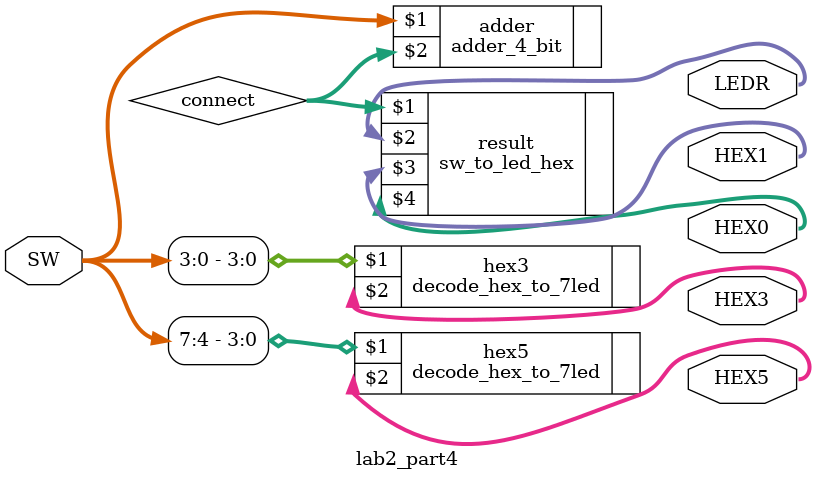
<source format=v>
/*
	Author: Quyet Luu
	Date: 7/27/2016
*/

module lab2_part4(SW,LEDR,HEX5,HEX3,HEX1,HEX0);
input [8:0] SW;
output [4:0] LEDR;
output [6:0] HEX5,HEX3,HEX1,HEX0;
wire [4:0] connect;

decode_hex_to_7led hex5(SW[7:4],HEX5);
decode_hex_to_7led hex3(SW[3:0],HEX3);
sw_to_led_hex result(connect,LEDR,HEX1,HEX0);

adder_4_bit adder(SW,connect);


endmodule 





</source>
